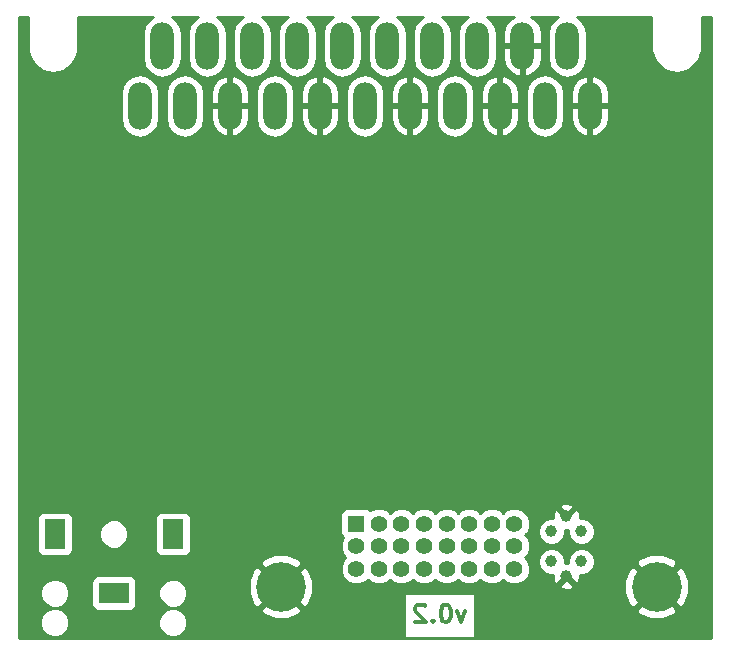
<source format=gbl>
G04 #@! TF.FileFunction,Copper,L2,Bot,Signal*
%FSLAX46Y46*%
G04 Gerber Fmt 4.6, Leading zero omitted, Abs format (unit mm)*
G04 Created by KiCad (PCBNEW 4.0.7) date 06/19/18 22:22:33*
%MOMM*%
%LPD*%
G01*
G04 APERTURE LIST*
%ADD10C,0.100000*%
%ADD11C,0.300000*%
%ADD12O,2.000000X4.000000*%
%ADD13R,1.800000X2.500000*%
%ADD14R,2.500000X1.800000*%
%ADD15C,4.200000*%
%ADD16C,1.400000*%
%ADD17R,1.400000X1.400000*%
%ADD18C,1.000000*%
%ADD19C,0.254000*%
G04 APERTURE END LIST*
D10*
D11*
X176132856Y-118296571D02*
X175775713Y-119296571D01*
X175418571Y-118296571D01*
X174561428Y-117796571D02*
X174418571Y-117796571D01*
X174275714Y-117868000D01*
X174204285Y-117939429D01*
X174132856Y-118082286D01*
X174061428Y-118368000D01*
X174061428Y-118725143D01*
X174132856Y-119010857D01*
X174204285Y-119153714D01*
X174275714Y-119225143D01*
X174418571Y-119296571D01*
X174561428Y-119296571D01*
X174704285Y-119225143D01*
X174775714Y-119153714D01*
X174847142Y-119010857D01*
X174918571Y-118725143D01*
X174918571Y-118368000D01*
X174847142Y-118082286D01*
X174775714Y-117939429D01*
X174704285Y-117868000D01*
X174561428Y-117796571D01*
X173418571Y-119153714D02*
X173347143Y-119225143D01*
X173418571Y-119296571D01*
X173490000Y-119225143D01*
X173418571Y-119153714D01*
X173418571Y-119296571D01*
X172775714Y-117939429D02*
X172704285Y-117868000D01*
X172561428Y-117796571D01*
X172204285Y-117796571D01*
X172061428Y-117868000D01*
X171989999Y-117939429D01*
X171918571Y-118082286D01*
X171918571Y-118225143D01*
X171989999Y-118439429D01*
X172847142Y-119296571D01*
X171918571Y-119296571D01*
D12*
X165735000Y-70485000D03*
X169545000Y-70485000D03*
X173355000Y-70485000D03*
X167640000Y-75565000D03*
X171450000Y-75565000D03*
X175260000Y-75565000D03*
X177165000Y-70485000D03*
X179070000Y-75565000D03*
X180975000Y-70485000D03*
X182880000Y-75565000D03*
X184785000Y-70485000D03*
X186690000Y-75565000D03*
X148590000Y-75565000D03*
X150495000Y-70485000D03*
X152400000Y-75565000D03*
X154305000Y-70485000D03*
X156210000Y-75565000D03*
X158115000Y-70485000D03*
X160020000Y-75565000D03*
X161925000Y-70485000D03*
X163830000Y-75565000D03*
D13*
X141390000Y-111825000D03*
X151390000Y-111825000D03*
D14*
X146390000Y-116825000D03*
D15*
X160540000Y-116275000D03*
X192340000Y-116275000D03*
D16*
X166920000Y-114755000D03*
X168830000Y-114755000D03*
X170740000Y-114755000D03*
X172650000Y-114755000D03*
X174560000Y-114755000D03*
X176470000Y-114755000D03*
X178380000Y-114755000D03*
X180290000Y-114755000D03*
X166920000Y-112845000D03*
X168830000Y-112845000D03*
X170740000Y-112845000D03*
X172650000Y-112845000D03*
X174560000Y-112845000D03*
X176470000Y-112845000D03*
X178380000Y-112845000D03*
X180290000Y-112845000D03*
D17*
X166920000Y-110935000D03*
D16*
X168830000Y-110935000D03*
X170740000Y-110935000D03*
X172650000Y-110935000D03*
X174560000Y-110935000D03*
X176470000Y-110935000D03*
X178380000Y-110935000D03*
X180290000Y-110935000D03*
D18*
X183430000Y-114145000D03*
X185970000Y-114145000D03*
X184700000Y-115415000D03*
X183430000Y-111605000D03*
X185970000Y-111605000D03*
X184700000Y-110335000D03*
D19*
G36*
X139105000Y-70534282D02*
X139104630Y-70957815D01*
X139229871Y-71260920D01*
X139267517Y-71450181D01*
X139373789Y-71609229D01*
X139428980Y-71742800D01*
X139531984Y-71845984D01*
X139730327Y-72142825D01*
X140024575Y-72339435D01*
X140029041Y-72343909D01*
X140034930Y-72346354D01*
X140422971Y-72605635D01*
X141240000Y-72768152D01*
X142057029Y-72605635D01*
X142441957Y-72348434D01*
X142447800Y-72346020D01*
X142452314Y-72341514D01*
X142749673Y-72142825D01*
X142946627Y-71848063D01*
X143048909Y-71745959D01*
X143104820Y-71611309D01*
X143212483Y-71450181D01*
X143249959Y-71261778D01*
X143374628Y-70961541D01*
X143374915Y-70633582D01*
X143375000Y-70633152D01*
X143375000Y-70535718D01*
X143375370Y-70112185D01*
X143375000Y-70111290D01*
X143375000Y-68035000D01*
X149701444Y-68035000D01*
X149338880Y-68277257D01*
X148984457Y-68807690D01*
X148860000Y-69433377D01*
X148860000Y-71536623D01*
X148984457Y-72162310D01*
X149338880Y-72692743D01*
X149869313Y-73047166D01*
X150495000Y-73171623D01*
X151120687Y-73047166D01*
X151651120Y-72692743D01*
X152005543Y-72162310D01*
X152130000Y-71536623D01*
X152130000Y-69433377D01*
X152005543Y-68807690D01*
X151651120Y-68277257D01*
X151288556Y-68035000D01*
X153511444Y-68035000D01*
X153148880Y-68277257D01*
X152794457Y-68807690D01*
X152670000Y-69433377D01*
X152670000Y-71536623D01*
X152794457Y-72162310D01*
X153148880Y-72692743D01*
X153679313Y-73047166D01*
X154305000Y-73171623D01*
X154930687Y-73047166D01*
X155461120Y-72692743D01*
X155815543Y-72162310D01*
X155940000Y-71536623D01*
X155940000Y-69433377D01*
X155815543Y-68807690D01*
X155461120Y-68277257D01*
X155098556Y-68035000D01*
X157321444Y-68035000D01*
X156958880Y-68277257D01*
X156604457Y-68807690D01*
X156480000Y-69433377D01*
X156480000Y-71536623D01*
X156604457Y-72162310D01*
X156958880Y-72692743D01*
X157489313Y-73047166D01*
X158115000Y-73171623D01*
X158740687Y-73047166D01*
X159271120Y-72692743D01*
X159625543Y-72162310D01*
X159750000Y-71536623D01*
X159750000Y-69433377D01*
X159625543Y-68807690D01*
X159271120Y-68277257D01*
X158908556Y-68035000D01*
X161131444Y-68035000D01*
X160768880Y-68277257D01*
X160414457Y-68807690D01*
X160290000Y-69433377D01*
X160290000Y-71536623D01*
X160414457Y-72162310D01*
X160768880Y-72692743D01*
X161299313Y-73047166D01*
X161925000Y-73171623D01*
X162550687Y-73047166D01*
X163081120Y-72692743D01*
X163435543Y-72162310D01*
X163560000Y-71536623D01*
X163560000Y-69433377D01*
X163435543Y-68807690D01*
X163081120Y-68277257D01*
X162718556Y-68035000D01*
X164941444Y-68035000D01*
X164578880Y-68277257D01*
X164224457Y-68807690D01*
X164100000Y-69433377D01*
X164100000Y-71536623D01*
X164224457Y-72162310D01*
X164578880Y-72692743D01*
X165109313Y-73047166D01*
X165735000Y-73171623D01*
X166360687Y-73047166D01*
X166891120Y-72692743D01*
X167245543Y-72162310D01*
X167370000Y-71536623D01*
X167370000Y-69433377D01*
X167245543Y-68807690D01*
X166891120Y-68277257D01*
X166528556Y-68035000D01*
X168751444Y-68035000D01*
X168388880Y-68277257D01*
X168034457Y-68807690D01*
X167910000Y-69433377D01*
X167910000Y-71536623D01*
X168034457Y-72162310D01*
X168388880Y-72692743D01*
X168919313Y-73047166D01*
X169545000Y-73171623D01*
X170170687Y-73047166D01*
X170701120Y-72692743D01*
X171055543Y-72162310D01*
X171180000Y-71536623D01*
X171180000Y-69433377D01*
X171055543Y-68807690D01*
X170701120Y-68277257D01*
X170338556Y-68035000D01*
X172561444Y-68035000D01*
X172198880Y-68277257D01*
X171844457Y-68807690D01*
X171720000Y-69433377D01*
X171720000Y-71536623D01*
X171844457Y-72162310D01*
X172198880Y-72692743D01*
X172729313Y-73047166D01*
X173355000Y-73171623D01*
X173980687Y-73047166D01*
X174511120Y-72692743D01*
X174865543Y-72162310D01*
X174990000Y-71536623D01*
X174990000Y-69433377D01*
X174865543Y-68807690D01*
X174511120Y-68277257D01*
X174148556Y-68035000D01*
X176371444Y-68035000D01*
X176008880Y-68277257D01*
X175654457Y-68807690D01*
X175530000Y-69433377D01*
X175530000Y-71536623D01*
X175654457Y-72162310D01*
X176008880Y-72692743D01*
X176539313Y-73047166D01*
X177165000Y-73171623D01*
X177790687Y-73047166D01*
X178321120Y-72692743D01*
X178675543Y-72162310D01*
X178800000Y-71536623D01*
X178800000Y-70612000D01*
X179340000Y-70612000D01*
X179340000Y-71612000D01*
X179513058Y-72228020D01*
X179908683Y-72730922D01*
X180466645Y-73044144D01*
X180594566Y-73075124D01*
X180848000Y-72955777D01*
X180848000Y-70612000D01*
X181102000Y-70612000D01*
X181102000Y-72955777D01*
X181355434Y-73075124D01*
X181483355Y-73044144D01*
X182041317Y-72730922D01*
X182436942Y-72228020D01*
X182610000Y-71612000D01*
X182610000Y-70612000D01*
X181102000Y-70612000D01*
X180848000Y-70612000D01*
X179340000Y-70612000D01*
X178800000Y-70612000D01*
X178800000Y-69433377D01*
X178675543Y-68807690D01*
X178321120Y-68277257D01*
X177958556Y-68035000D01*
X180272220Y-68035000D01*
X179908683Y-68239078D01*
X179513058Y-68741980D01*
X179340000Y-69358000D01*
X179340000Y-70358000D01*
X180848000Y-70358000D01*
X180848000Y-70338000D01*
X181102000Y-70338000D01*
X181102000Y-70358000D01*
X182610000Y-70358000D01*
X182610000Y-69358000D01*
X182436942Y-68741980D01*
X182041317Y-68239078D01*
X181677780Y-68035000D01*
X183991444Y-68035000D01*
X183628880Y-68277257D01*
X183274457Y-68807690D01*
X183150000Y-69433377D01*
X183150000Y-71536623D01*
X183274457Y-72162310D01*
X183628880Y-72692743D01*
X184159313Y-73047166D01*
X184785000Y-73171623D01*
X185410687Y-73047166D01*
X185941120Y-72692743D01*
X186295543Y-72162310D01*
X186420000Y-71536623D01*
X186420000Y-69433377D01*
X186295543Y-68807690D01*
X185941120Y-68277257D01*
X185578556Y-68035000D01*
X191905000Y-68035000D01*
X191905000Y-70534282D01*
X191904630Y-70957815D01*
X192029871Y-71260920D01*
X192067517Y-71450181D01*
X192173789Y-71609229D01*
X192228980Y-71742800D01*
X192331984Y-71845984D01*
X192530327Y-72142825D01*
X192824575Y-72339435D01*
X192829041Y-72343909D01*
X192834930Y-72346354D01*
X193222971Y-72605635D01*
X194040000Y-72768152D01*
X194857029Y-72605635D01*
X195241957Y-72348434D01*
X195247800Y-72346020D01*
X195252314Y-72341514D01*
X195549673Y-72142825D01*
X195746627Y-71848063D01*
X195848909Y-71745959D01*
X195904820Y-71611309D01*
X196012483Y-71450181D01*
X196049959Y-71261778D01*
X196174628Y-70961541D01*
X196174915Y-70633582D01*
X196175000Y-70633152D01*
X196175000Y-70535718D01*
X196175370Y-70112185D01*
X196175000Y-70111290D01*
X196175000Y-68035000D01*
X196930000Y-68035000D01*
X196930000Y-120615000D01*
X138350000Y-120615000D01*
X138350000Y-119569579D01*
X140154786Y-119569579D01*
X140342408Y-120023657D01*
X140689515Y-120371371D01*
X141143266Y-120559785D01*
X141634579Y-120560214D01*
X142088657Y-120372592D01*
X142436371Y-120025485D01*
X142624785Y-119571734D01*
X142624786Y-119569579D01*
X150154786Y-119569579D01*
X150342408Y-120023657D01*
X150689515Y-120371371D01*
X151143266Y-120559785D01*
X151634579Y-120560214D01*
X152088657Y-120372592D01*
X152436371Y-120025485D01*
X152624785Y-119571734D01*
X152625214Y-119080421D01*
X152437592Y-118626343D01*
X152090485Y-118278629D01*
X151954602Y-118222205D01*
X158772400Y-118222205D01*
X159005358Y-118603318D01*
X160013184Y-119013367D01*
X161101214Y-119006525D01*
X162074642Y-118603318D01*
X162307600Y-118222205D01*
X160540000Y-116454605D01*
X158772400Y-118222205D01*
X151954602Y-118222205D01*
X151636734Y-118090215D01*
X151145421Y-118089786D01*
X150691343Y-118277408D01*
X150343629Y-118624515D01*
X150155215Y-119078266D01*
X150154786Y-119569579D01*
X142624786Y-119569579D01*
X142625214Y-119080421D01*
X142437592Y-118626343D01*
X142090485Y-118278629D01*
X141636734Y-118090215D01*
X141145421Y-118089786D01*
X140691343Y-118277408D01*
X140343629Y-118624515D01*
X140155215Y-119078266D01*
X140154786Y-119569579D01*
X138350000Y-119569579D01*
X138350000Y-117069579D01*
X140154786Y-117069579D01*
X140342408Y-117523657D01*
X140689515Y-117871371D01*
X141143266Y-118059785D01*
X141634579Y-118060214D01*
X142088657Y-117872592D01*
X142436371Y-117525485D01*
X142624785Y-117071734D01*
X142625214Y-116580421D01*
X142437592Y-116126343D01*
X142236601Y-115925000D01*
X144492560Y-115925000D01*
X144492560Y-117725000D01*
X144536838Y-117960317D01*
X144675910Y-118176441D01*
X144888110Y-118321431D01*
X145140000Y-118372440D01*
X147640000Y-118372440D01*
X147875317Y-118328162D01*
X148091441Y-118189090D01*
X148236431Y-117976890D01*
X148287440Y-117725000D01*
X148287440Y-117069579D01*
X150154786Y-117069579D01*
X150342408Y-117523657D01*
X150689515Y-117871371D01*
X151143266Y-118059785D01*
X151634579Y-118060214D01*
X152088657Y-117872592D01*
X152436371Y-117525485D01*
X152624785Y-117071734D01*
X152625214Y-116580421D01*
X152437592Y-116126343D01*
X152090485Y-115778629D01*
X152017166Y-115748184D01*
X157801633Y-115748184D01*
X157808475Y-116836214D01*
X158211682Y-117809642D01*
X158592795Y-118042600D01*
X160360395Y-116275000D01*
X160719605Y-116275000D01*
X162487205Y-118042600D01*
X162868318Y-117809642D01*
X163278367Y-116801816D01*
X163278249Y-116783000D01*
X170997858Y-116783000D01*
X170997858Y-120603000D01*
X176982143Y-120603000D01*
X176982143Y-118222205D01*
X190572400Y-118222205D01*
X190805358Y-118603318D01*
X191813184Y-119013367D01*
X192901214Y-119006525D01*
X193874642Y-118603318D01*
X194107600Y-118222205D01*
X192340000Y-116454605D01*
X190572400Y-118222205D01*
X176982143Y-118222205D01*
X176982143Y-116783000D01*
X170997858Y-116783000D01*
X163278249Y-116783000D01*
X163274615Y-116205104D01*
X184089501Y-116205104D01*
X184126648Y-116420217D01*
X184554972Y-116563112D01*
X185005375Y-116531217D01*
X185273352Y-116420217D01*
X185310499Y-116205104D01*
X184700000Y-115594605D01*
X184089501Y-116205104D01*
X163274615Y-116205104D01*
X163271525Y-115713786D01*
X162868318Y-114740358D01*
X162487205Y-114507400D01*
X160719605Y-116275000D01*
X160360395Y-116275000D01*
X158592795Y-114507400D01*
X158211682Y-114740358D01*
X157801633Y-115748184D01*
X152017166Y-115748184D01*
X151636734Y-115590215D01*
X151145421Y-115589786D01*
X150691343Y-115777408D01*
X150343629Y-116124515D01*
X150155215Y-116578266D01*
X150154786Y-117069579D01*
X148287440Y-117069579D01*
X148287440Y-115925000D01*
X148243162Y-115689683D01*
X148104090Y-115473559D01*
X147891890Y-115328569D01*
X147640000Y-115277560D01*
X145140000Y-115277560D01*
X144904683Y-115321838D01*
X144688559Y-115460910D01*
X144543569Y-115673110D01*
X144492560Y-115925000D01*
X142236601Y-115925000D01*
X142090485Y-115778629D01*
X141636734Y-115590215D01*
X141145421Y-115589786D01*
X140691343Y-115777408D01*
X140343629Y-116124515D01*
X140155215Y-116578266D01*
X140154786Y-117069579D01*
X138350000Y-117069579D01*
X138350000Y-114327795D01*
X158772400Y-114327795D01*
X160540000Y-116095395D01*
X162307600Y-114327795D01*
X162074642Y-113946682D01*
X161066816Y-113536633D01*
X159978786Y-113543475D01*
X159005358Y-113946682D01*
X158772400Y-114327795D01*
X138350000Y-114327795D01*
X138350000Y-110575000D01*
X139842560Y-110575000D01*
X139842560Y-113075000D01*
X139886838Y-113310317D01*
X140025910Y-113526441D01*
X140238110Y-113671431D01*
X140490000Y-113722440D01*
X142290000Y-113722440D01*
X142525317Y-113678162D01*
X142741441Y-113539090D01*
X142886431Y-113326890D01*
X142937440Y-113075000D01*
X142937440Y-112069579D01*
X145154786Y-112069579D01*
X145342408Y-112523657D01*
X145689515Y-112871371D01*
X146143266Y-113059785D01*
X146634579Y-113060214D01*
X147088657Y-112872592D01*
X147436371Y-112525485D01*
X147624785Y-112071734D01*
X147625214Y-111580421D01*
X147437592Y-111126343D01*
X147090485Y-110778629D01*
X146636734Y-110590215D01*
X146145421Y-110589786D01*
X145691343Y-110777408D01*
X145343629Y-111124515D01*
X145155215Y-111578266D01*
X145154786Y-112069579D01*
X142937440Y-112069579D01*
X142937440Y-110575000D01*
X149842560Y-110575000D01*
X149842560Y-113075000D01*
X149886838Y-113310317D01*
X150025910Y-113526441D01*
X150238110Y-113671431D01*
X150490000Y-113722440D01*
X152290000Y-113722440D01*
X152525317Y-113678162D01*
X152741441Y-113539090D01*
X152886431Y-113326890D01*
X152937440Y-113075000D01*
X152937440Y-110575000D01*
X152893162Y-110339683D01*
X152825801Y-110235000D01*
X165572560Y-110235000D01*
X165572560Y-111635000D01*
X165616838Y-111870317D01*
X165755910Y-112086441D01*
X165782049Y-112104301D01*
X165585232Y-112578287D01*
X165584769Y-113109383D01*
X165787582Y-113600229D01*
X165987024Y-113800019D01*
X165788902Y-113997796D01*
X165585232Y-114488287D01*
X165584769Y-115019383D01*
X165787582Y-115510229D01*
X166162796Y-115886098D01*
X166653287Y-116089768D01*
X167184383Y-116090231D01*
X167675229Y-115887418D01*
X167875019Y-115687976D01*
X168072796Y-115886098D01*
X168563287Y-116089768D01*
X169094383Y-116090231D01*
X169585229Y-115887418D01*
X169785019Y-115687976D01*
X169982796Y-115886098D01*
X170473287Y-116089768D01*
X171004383Y-116090231D01*
X171495229Y-115887418D01*
X171695019Y-115687976D01*
X171892796Y-115886098D01*
X172383287Y-116089768D01*
X172914383Y-116090231D01*
X173405229Y-115887418D01*
X173605019Y-115687976D01*
X173802796Y-115886098D01*
X174293287Y-116089768D01*
X174824383Y-116090231D01*
X175315229Y-115887418D01*
X175515019Y-115687976D01*
X175712796Y-115886098D01*
X176203287Y-116089768D01*
X176734383Y-116090231D01*
X177225229Y-115887418D01*
X177425019Y-115687976D01*
X177622796Y-115886098D01*
X178113287Y-116089768D01*
X178644383Y-116090231D01*
X179135229Y-115887418D01*
X179335019Y-115687976D01*
X179532796Y-115886098D01*
X180023287Y-116089768D01*
X180554383Y-116090231D01*
X181045229Y-115887418D01*
X181421098Y-115512204D01*
X181624768Y-115021713D01*
X181625231Y-114490617D01*
X181575301Y-114369775D01*
X182294803Y-114369775D01*
X182467233Y-114787086D01*
X182786235Y-115106645D01*
X183203244Y-115279803D01*
X183552606Y-115280108D01*
X183583783Y-115720375D01*
X183694783Y-115988352D01*
X183909896Y-116025499D01*
X184520395Y-115415000D01*
X184506253Y-115400858D01*
X184685858Y-115221253D01*
X184700000Y-115235395D01*
X184714143Y-115221253D01*
X184893748Y-115400858D01*
X184879605Y-115415000D01*
X185490104Y-116025499D01*
X185705217Y-115988352D01*
X185785340Y-115748184D01*
X189601633Y-115748184D01*
X189608475Y-116836214D01*
X190011682Y-117809642D01*
X190392795Y-118042600D01*
X192160395Y-116275000D01*
X192519605Y-116275000D01*
X194287205Y-118042600D01*
X194668318Y-117809642D01*
X195078367Y-116801816D01*
X195071525Y-115713786D01*
X194668318Y-114740358D01*
X194287205Y-114507400D01*
X192519605Y-116275000D01*
X192160395Y-116275000D01*
X190392795Y-114507400D01*
X190011682Y-114740358D01*
X189601633Y-115748184D01*
X185785340Y-115748184D01*
X185848112Y-115560028D01*
X185828273Y-115279877D01*
X186194775Y-115280197D01*
X186612086Y-115107767D01*
X186931645Y-114788765D01*
X187104803Y-114371756D01*
X187104841Y-114327795D01*
X190572400Y-114327795D01*
X192340000Y-116095395D01*
X194107600Y-114327795D01*
X193874642Y-113946682D01*
X192866816Y-113536633D01*
X191778786Y-113543475D01*
X190805358Y-113946682D01*
X190572400Y-114327795D01*
X187104841Y-114327795D01*
X187105197Y-113920225D01*
X186932767Y-113502914D01*
X186613765Y-113183355D01*
X186196756Y-113010197D01*
X185745225Y-113009803D01*
X185327914Y-113182233D01*
X185008355Y-113501235D01*
X184835197Y-113918244D01*
X184834892Y-114267606D01*
X184564877Y-114286727D01*
X184565197Y-113920225D01*
X184392767Y-113502914D01*
X184073765Y-113183355D01*
X183656756Y-113010197D01*
X183205225Y-113009803D01*
X182787914Y-113182233D01*
X182468355Y-113501235D01*
X182295197Y-113918244D01*
X182294803Y-114369775D01*
X181575301Y-114369775D01*
X181422418Y-113999771D01*
X181222976Y-113799981D01*
X181421098Y-113602204D01*
X181624768Y-113111713D01*
X181625231Y-112580617D01*
X181422418Y-112089771D01*
X181222976Y-111889981D01*
X181283287Y-111829775D01*
X182294803Y-111829775D01*
X182467233Y-112247086D01*
X182786235Y-112566645D01*
X183203244Y-112739803D01*
X183654775Y-112740197D01*
X184072086Y-112567767D01*
X184391645Y-112248765D01*
X184564803Y-111831756D01*
X184565108Y-111482394D01*
X184835123Y-111463273D01*
X184834803Y-111829775D01*
X185007233Y-112247086D01*
X185326235Y-112566645D01*
X185743244Y-112739803D01*
X186194775Y-112740197D01*
X186612086Y-112567767D01*
X186931645Y-112248765D01*
X187104803Y-111831756D01*
X187105197Y-111380225D01*
X186932767Y-110962914D01*
X186613765Y-110643355D01*
X186196756Y-110470197D01*
X185847394Y-110469892D01*
X185816217Y-110029625D01*
X185705217Y-109761648D01*
X185490104Y-109724501D01*
X184879605Y-110335000D01*
X184893748Y-110349143D01*
X184714143Y-110528748D01*
X184700000Y-110514605D01*
X184685858Y-110528748D01*
X184506253Y-110349143D01*
X184520395Y-110335000D01*
X183909896Y-109724501D01*
X183694783Y-109761648D01*
X183551888Y-110189972D01*
X183571727Y-110470123D01*
X183205225Y-110469803D01*
X182787914Y-110642233D01*
X182468355Y-110961235D01*
X182295197Y-111378244D01*
X182294803Y-111829775D01*
X181283287Y-111829775D01*
X181421098Y-111692204D01*
X181624768Y-111201713D01*
X181625231Y-110670617D01*
X181422418Y-110179771D01*
X181047204Y-109803902D01*
X180556713Y-109600232D01*
X180025617Y-109599769D01*
X179534771Y-109802582D01*
X179334981Y-110002024D01*
X179137204Y-109803902D01*
X178646713Y-109600232D01*
X178115617Y-109599769D01*
X177624771Y-109802582D01*
X177424981Y-110002024D01*
X177227204Y-109803902D01*
X176736713Y-109600232D01*
X176205617Y-109599769D01*
X175714771Y-109802582D01*
X175514981Y-110002024D01*
X175317204Y-109803902D01*
X174826713Y-109600232D01*
X174295617Y-109599769D01*
X173804771Y-109802582D01*
X173604981Y-110002024D01*
X173407204Y-109803902D01*
X172916713Y-109600232D01*
X172385617Y-109599769D01*
X171894771Y-109802582D01*
X171694981Y-110002024D01*
X171497204Y-109803902D01*
X171006713Y-109600232D01*
X170475617Y-109599769D01*
X169984771Y-109802582D01*
X169784981Y-110002024D01*
X169587204Y-109803902D01*
X169096713Y-109600232D01*
X168565617Y-109599769D01*
X168091803Y-109795545D01*
X168084090Y-109783559D01*
X167871890Y-109638569D01*
X167620000Y-109587560D01*
X166220000Y-109587560D01*
X165984683Y-109631838D01*
X165768559Y-109770910D01*
X165623569Y-109983110D01*
X165572560Y-110235000D01*
X152825801Y-110235000D01*
X152754090Y-110123559D01*
X152541890Y-109978569D01*
X152290000Y-109927560D01*
X150490000Y-109927560D01*
X150254683Y-109971838D01*
X150038559Y-110110910D01*
X149893569Y-110323110D01*
X149842560Y-110575000D01*
X142937440Y-110575000D01*
X142893162Y-110339683D01*
X142754090Y-110123559D01*
X142541890Y-109978569D01*
X142290000Y-109927560D01*
X140490000Y-109927560D01*
X140254683Y-109971838D01*
X140038559Y-110110910D01*
X139893569Y-110323110D01*
X139842560Y-110575000D01*
X138350000Y-110575000D01*
X138350000Y-109544896D01*
X184089501Y-109544896D01*
X184700000Y-110155395D01*
X185310499Y-109544896D01*
X185273352Y-109329783D01*
X184845028Y-109186888D01*
X184394625Y-109218783D01*
X184126648Y-109329783D01*
X184089501Y-109544896D01*
X138350000Y-109544896D01*
X138350000Y-74513377D01*
X146955000Y-74513377D01*
X146955000Y-76616623D01*
X147079457Y-77242310D01*
X147433880Y-77772743D01*
X147964313Y-78127166D01*
X148590000Y-78251623D01*
X149215687Y-78127166D01*
X149746120Y-77772743D01*
X150100543Y-77242310D01*
X150225000Y-76616623D01*
X150225000Y-74513377D01*
X150765000Y-74513377D01*
X150765000Y-76616623D01*
X150889457Y-77242310D01*
X151243880Y-77772743D01*
X151774313Y-78127166D01*
X152400000Y-78251623D01*
X153025687Y-78127166D01*
X153556120Y-77772743D01*
X153910543Y-77242310D01*
X154035000Y-76616623D01*
X154035000Y-75692000D01*
X154575000Y-75692000D01*
X154575000Y-76692000D01*
X154748058Y-77308020D01*
X155143683Y-77810922D01*
X155701645Y-78124144D01*
X155829566Y-78155124D01*
X156083000Y-78035777D01*
X156083000Y-75692000D01*
X156337000Y-75692000D01*
X156337000Y-78035777D01*
X156590434Y-78155124D01*
X156718355Y-78124144D01*
X157276317Y-77810922D01*
X157671942Y-77308020D01*
X157845000Y-76692000D01*
X157845000Y-75692000D01*
X156337000Y-75692000D01*
X156083000Y-75692000D01*
X154575000Y-75692000D01*
X154035000Y-75692000D01*
X154035000Y-74513377D01*
X154020007Y-74438000D01*
X154575000Y-74438000D01*
X154575000Y-75438000D01*
X156083000Y-75438000D01*
X156083000Y-73094223D01*
X156337000Y-73094223D01*
X156337000Y-75438000D01*
X157845000Y-75438000D01*
X157845000Y-74513377D01*
X158385000Y-74513377D01*
X158385000Y-76616623D01*
X158509457Y-77242310D01*
X158863880Y-77772743D01*
X159394313Y-78127166D01*
X160020000Y-78251623D01*
X160645687Y-78127166D01*
X161176120Y-77772743D01*
X161530543Y-77242310D01*
X161655000Y-76616623D01*
X161655000Y-75692000D01*
X162195000Y-75692000D01*
X162195000Y-76692000D01*
X162368058Y-77308020D01*
X162763683Y-77810922D01*
X163321645Y-78124144D01*
X163449566Y-78155124D01*
X163703000Y-78035777D01*
X163703000Y-75692000D01*
X163957000Y-75692000D01*
X163957000Y-78035777D01*
X164210434Y-78155124D01*
X164338355Y-78124144D01*
X164896317Y-77810922D01*
X165291942Y-77308020D01*
X165465000Y-76692000D01*
X165465000Y-75692000D01*
X163957000Y-75692000D01*
X163703000Y-75692000D01*
X162195000Y-75692000D01*
X161655000Y-75692000D01*
X161655000Y-74513377D01*
X161640007Y-74438000D01*
X162195000Y-74438000D01*
X162195000Y-75438000D01*
X163703000Y-75438000D01*
X163703000Y-73094223D01*
X163957000Y-73094223D01*
X163957000Y-75438000D01*
X165465000Y-75438000D01*
X165465000Y-74513377D01*
X166005000Y-74513377D01*
X166005000Y-76616623D01*
X166129457Y-77242310D01*
X166483880Y-77772743D01*
X167014313Y-78127166D01*
X167640000Y-78251623D01*
X168265687Y-78127166D01*
X168796120Y-77772743D01*
X169150543Y-77242310D01*
X169275000Y-76616623D01*
X169275000Y-75692000D01*
X169815000Y-75692000D01*
X169815000Y-76692000D01*
X169988058Y-77308020D01*
X170383683Y-77810922D01*
X170941645Y-78124144D01*
X171069566Y-78155124D01*
X171323000Y-78035777D01*
X171323000Y-75692000D01*
X171577000Y-75692000D01*
X171577000Y-78035777D01*
X171830434Y-78155124D01*
X171958355Y-78124144D01*
X172516317Y-77810922D01*
X172911942Y-77308020D01*
X173085000Y-76692000D01*
X173085000Y-75692000D01*
X171577000Y-75692000D01*
X171323000Y-75692000D01*
X169815000Y-75692000D01*
X169275000Y-75692000D01*
X169275000Y-74513377D01*
X169260007Y-74438000D01*
X169815000Y-74438000D01*
X169815000Y-75438000D01*
X171323000Y-75438000D01*
X171323000Y-73094223D01*
X171577000Y-73094223D01*
X171577000Y-75438000D01*
X173085000Y-75438000D01*
X173085000Y-74513377D01*
X173625000Y-74513377D01*
X173625000Y-76616623D01*
X173749457Y-77242310D01*
X174103880Y-77772743D01*
X174634313Y-78127166D01*
X175260000Y-78251623D01*
X175885687Y-78127166D01*
X176416120Y-77772743D01*
X176770543Y-77242310D01*
X176895000Y-76616623D01*
X176895000Y-75692000D01*
X177435000Y-75692000D01*
X177435000Y-76692000D01*
X177608058Y-77308020D01*
X178003683Y-77810922D01*
X178561645Y-78124144D01*
X178689566Y-78155124D01*
X178943000Y-78035777D01*
X178943000Y-75692000D01*
X179197000Y-75692000D01*
X179197000Y-78035777D01*
X179450434Y-78155124D01*
X179578355Y-78124144D01*
X180136317Y-77810922D01*
X180531942Y-77308020D01*
X180705000Y-76692000D01*
X180705000Y-75692000D01*
X179197000Y-75692000D01*
X178943000Y-75692000D01*
X177435000Y-75692000D01*
X176895000Y-75692000D01*
X176895000Y-74513377D01*
X176880007Y-74438000D01*
X177435000Y-74438000D01*
X177435000Y-75438000D01*
X178943000Y-75438000D01*
X178943000Y-73094223D01*
X179197000Y-73094223D01*
X179197000Y-75438000D01*
X180705000Y-75438000D01*
X180705000Y-74513377D01*
X181245000Y-74513377D01*
X181245000Y-76616623D01*
X181369457Y-77242310D01*
X181723880Y-77772743D01*
X182254313Y-78127166D01*
X182880000Y-78251623D01*
X183505687Y-78127166D01*
X184036120Y-77772743D01*
X184390543Y-77242310D01*
X184515000Y-76616623D01*
X184515000Y-75692000D01*
X185055000Y-75692000D01*
X185055000Y-76692000D01*
X185228058Y-77308020D01*
X185623683Y-77810922D01*
X186181645Y-78124144D01*
X186309566Y-78155124D01*
X186563000Y-78035777D01*
X186563000Y-75692000D01*
X186817000Y-75692000D01*
X186817000Y-78035777D01*
X187070434Y-78155124D01*
X187198355Y-78124144D01*
X187756317Y-77810922D01*
X188151942Y-77308020D01*
X188325000Y-76692000D01*
X188325000Y-75692000D01*
X186817000Y-75692000D01*
X186563000Y-75692000D01*
X185055000Y-75692000D01*
X184515000Y-75692000D01*
X184515000Y-74513377D01*
X184500007Y-74438000D01*
X185055000Y-74438000D01*
X185055000Y-75438000D01*
X186563000Y-75438000D01*
X186563000Y-73094223D01*
X186817000Y-73094223D01*
X186817000Y-75438000D01*
X188325000Y-75438000D01*
X188325000Y-74438000D01*
X188151942Y-73821980D01*
X187756317Y-73319078D01*
X187198355Y-73005856D01*
X187070434Y-72974876D01*
X186817000Y-73094223D01*
X186563000Y-73094223D01*
X186309566Y-72974876D01*
X186181645Y-73005856D01*
X185623683Y-73319078D01*
X185228058Y-73821980D01*
X185055000Y-74438000D01*
X184500007Y-74438000D01*
X184390543Y-73887690D01*
X184036120Y-73357257D01*
X183505687Y-73002834D01*
X182880000Y-72878377D01*
X182254313Y-73002834D01*
X181723880Y-73357257D01*
X181369457Y-73887690D01*
X181245000Y-74513377D01*
X180705000Y-74513377D01*
X180705000Y-74438000D01*
X180531942Y-73821980D01*
X180136317Y-73319078D01*
X179578355Y-73005856D01*
X179450434Y-72974876D01*
X179197000Y-73094223D01*
X178943000Y-73094223D01*
X178689566Y-72974876D01*
X178561645Y-73005856D01*
X178003683Y-73319078D01*
X177608058Y-73821980D01*
X177435000Y-74438000D01*
X176880007Y-74438000D01*
X176770543Y-73887690D01*
X176416120Y-73357257D01*
X175885687Y-73002834D01*
X175260000Y-72878377D01*
X174634313Y-73002834D01*
X174103880Y-73357257D01*
X173749457Y-73887690D01*
X173625000Y-74513377D01*
X173085000Y-74513377D01*
X173085000Y-74438000D01*
X172911942Y-73821980D01*
X172516317Y-73319078D01*
X171958355Y-73005856D01*
X171830434Y-72974876D01*
X171577000Y-73094223D01*
X171323000Y-73094223D01*
X171069566Y-72974876D01*
X170941645Y-73005856D01*
X170383683Y-73319078D01*
X169988058Y-73821980D01*
X169815000Y-74438000D01*
X169260007Y-74438000D01*
X169150543Y-73887690D01*
X168796120Y-73357257D01*
X168265687Y-73002834D01*
X167640000Y-72878377D01*
X167014313Y-73002834D01*
X166483880Y-73357257D01*
X166129457Y-73887690D01*
X166005000Y-74513377D01*
X165465000Y-74513377D01*
X165465000Y-74438000D01*
X165291942Y-73821980D01*
X164896317Y-73319078D01*
X164338355Y-73005856D01*
X164210434Y-72974876D01*
X163957000Y-73094223D01*
X163703000Y-73094223D01*
X163449566Y-72974876D01*
X163321645Y-73005856D01*
X162763683Y-73319078D01*
X162368058Y-73821980D01*
X162195000Y-74438000D01*
X161640007Y-74438000D01*
X161530543Y-73887690D01*
X161176120Y-73357257D01*
X160645687Y-73002834D01*
X160020000Y-72878377D01*
X159394313Y-73002834D01*
X158863880Y-73357257D01*
X158509457Y-73887690D01*
X158385000Y-74513377D01*
X157845000Y-74513377D01*
X157845000Y-74438000D01*
X157671942Y-73821980D01*
X157276317Y-73319078D01*
X156718355Y-73005856D01*
X156590434Y-72974876D01*
X156337000Y-73094223D01*
X156083000Y-73094223D01*
X155829566Y-72974876D01*
X155701645Y-73005856D01*
X155143683Y-73319078D01*
X154748058Y-73821980D01*
X154575000Y-74438000D01*
X154020007Y-74438000D01*
X153910543Y-73887690D01*
X153556120Y-73357257D01*
X153025687Y-73002834D01*
X152400000Y-72878377D01*
X151774313Y-73002834D01*
X151243880Y-73357257D01*
X150889457Y-73887690D01*
X150765000Y-74513377D01*
X150225000Y-74513377D01*
X150100543Y-73887690D01*
X149746120Y-73357257D01*
X149215687Y-73002834D01*
X148590000Y-72878377D01*
X147964313Y-73002834D01*
X147433880Y-73357257D01*
X147079457Y-73887690D01*
X146955000Y-74513377D01*
X138350000Y-74513377D01*
X138350000Y-68035000D01*
X139105000Y-68035000D01*
X139105000Y-70534282D01*
X139105000Y-70534282D01*
G37*
X139105000Y-70534282D02*
X139104630Y-70957815D01*
X139229871Y-71260920D01*
X139267517Y-71450181D01*
X139373789Y-71609229D01*
X139428980Y-71742800D01*
X139531984Y-71845984D01*
X139730327Y-72142825D01*
X140024575Y-72339435D01*
X140029041Y-72343909D01*
X140034930Y-72346354D01*
X140422971Y-72605635D01*
X141240000Y-72768152D01*
X142057029Y-72605635D01*
X142441957Y-72348434D01*
X142447800Y-72346020D01*
X142452314Y-72341514D01*
X142749673Y-72142825D01*
X142946627Y-71848063D01*
X143048909Y-71745959D01*
X143104820Y-71611309D01*
X143212483Y-71450181D01*
X143249959Y-71261778D01*
X143374628Y-70961541D01*
X143374915Y-70633582D01*
X143375000Y-70633152D01*
X143375000Y-70535718D01*
X143375370Y-70112185D01*
X143375000Y-70111290D01*
X143375000Y-68035000D01*
X149701444Y-68035000D01*
X149338880Y-68277257D01*
X148984457Y-68807690D01*
X148860000Y-69433377D01*
X148860000Y-71536623D01*
X148984457Y-72162310D01*
X149338880Y-72692743D01*
X149869313Y-73047166D01*
X150495000Y-73171623D01*
X151120687Y-73047166D01*
X151651120Y-72692743D01*
X152005543Y-72162310D01*
X152130000Y-71536623D01*
X152130000Y-69433377D01*
X152005543Y-68807690D01*
X151651120Y-68277257D01*
X151288556Y-68035000D01*
X153511444Y-68035000D01*
X153148880Y-68277257D01*
X152794457Y-68807690D01*
X152670000Y-69433377D01*
X152670000Y-71536623D01*
X152794457Y-72162310D01*
X153148880Y-72692743D01*
X153679313Y-73047166D01*
X154305000Y-73171623D01*
X154930687Y-73047166D01*
X155461120Y-72692743D01*
X155815543Y-72162310D01*
X155940000Y-71536623D01*
X155940000Y-69433377D01*
X155815543Y-68807690D01*
X155461120Y-68277257D01*
X155098556Y-68035000D01*
X157321444Y-68035000D01*
X156958880Y-68277257D01*
X156604457Y-68807690D01*
X156480000Y-69433377D01*
X156480000Y-71536623D01*
X156604457Y-72162310D01*
X156958880Y-72692743D01*
X157489313Y-73047166D01*
X158115000Y-73171623D01*
X158740687Y-73047166D01*
X159271120Y-72692743D01*
X159625543Y-72162310D01*
X159750000Y-71536623D01*
X159750000Y-69433377D01*
X159625543Y-68807690D01*
X159271120Y-68277257D01*
X158908556Y-68035000D01*
X161131444Y-68035000D01*
X160768880Y-68277257D01*
X160414457Y-68807690D01*
X160290000Y-69433377D01*
X160290000Y-71536623D01*
X160414457Y-72162310D01*
X160768880Y-72692743D01*
X161299313Y-73047166D01*
X161925000Y-73171623D01*
X162550687Y-73047166D01*
X163081120Y-72692743D01*
X163435543Y-72162310D01*
X163560000Y-71536623D01*
X163560000Y-69433377D01*
X163435543Y-68807690D01*
X163081120Y-68277257D01*
X162718556Y-68035000D01*
X164941444Y-68035000D01*
X164578880Y-68277257D01*
X164224457Y-68807690D01*
X164100000Y-69433377D01*
X164100000Y-71536623D01*
X164224457Y-72162310D01*
X164578880Y-72692743D01*
X165109313Y-73047166D01*
X165735000Y-73171623D01*
X166360687Y-73047166D01*
X166891120Y-72692743D01*
X167245543Y-72162310D01*
X167370000Y-71536623D01*
X167370000Y-69433377D01*
X167245543Y-68807690D01*
X166891120Y-68277257D01*
X166528556Y-68035000D01*
X168751444Y-68035000D01*
X168388880Y-68277257D01*
X168034457Y-68807690D01*
X167910000Y-69433377D01*
X167910000Y-71536623D01*
X168034457Y-72162310D01*
X168388880Y-72692743D01*
X168919313Y-73047166D01*
X169545000Y-73171623D01*
X170170687Y-73047166D01*
X170701120Y-72692743D01*
X171055543Y-72162310D01*
X171180000Y-71536623D01*
X171180000Y-69433377D01*
X171055543Y-68807690D01*
X170701120Y-68277257D01*
X170338556Y-68035000D01*
X172561444Y-68035000D01*
X172198880Y-68277257D01*
X171844457Y-68807690D01*
X171720000Y-69433377D01*
X171720000Y-71536623D01*
X171844457Y-72162310D01*
X172198880Y-72692743D01*
X172729313Y-73047166D01*
X173355000Y-73171623D01*
X173980687Y-73047166D01*
X174511120Y-72692743D01*
X174865543Y-72162310D01*
X174990000Y-71536623D01*
X174990000Y-69433377D01*
X174865543Y-68807690D01*
X174511120Y-68277257D01*
X174148556Y-68035000D01*
X176371444Y-68035000D01*
X176008880Y-68277257D01*
X175654457Y-68807690D01*
X175530000Y-69433377D01*
X175530000Y-71536623D01*
X175654457Y-72162310D01*
X176008880Y-72692743D01*
X176539313Y-73047166D01*
X177165000Y-73171623D01*
X177790687Y-73047166D01*
X178321120Y-72692743D01*
X178675543Y-72162310D01*
X178800000Y-71536623D01*
X178800000Y-70612000D01*
X179340000Y-70612000D01*
X179340000Y-71612000D01*
X179513058Y-72228020D01*
X179908683Y-72730922D01*
X180466645Y-73044144D01*
X180594566Y-73075124D01*
X180848000Y-72955777D01*
X180848000Y-70612000D01*
X181102000Y-70612000D01*
X181102000Y-72955777D01*
X181355434Y-73075124D01*
X181483355Y-73044144D01*
X182041317Y-72730922D01*
X182436942Y-72228020D01*
X182610000Y-71612000D01*
X182610000Y-70612000D01*
X181102000Y-70612000D01*
X180848000Y-70612000D01*
X179340000Y-70612000D01*
X178800000Y-70612000D01*
X178800000Y-69433377D01*
X178675543Y-68807690D01*
X178321120Y-68277257D01*
X177958556Y-68035000D01*
X180272220Y-68035000D01*
X179908683Y-68239078D01*
X179513058Y-68741980D01*
X179340000Y-69358000D01*
X179340000Y-70358000D01*
X180848000Y-70358000D01*
X180848000Y-70338000D01*
X181102000Y-70338000D01*
X181102000Y-70358000D01*
X182610000Y-70358000D01*
X182610000Y-69358000D01*
X182436942Y-68741980D01*
X182041317Y-68239078D01*
X181677780Y-68035000D01*
X183991444Y-68035000D01*
X183628880Y-68277257D01*
X183274457Y-68807690D01*
X183150000Y-69433377D01*
X183150000Y-71536623D01*
X183274457Y-72162310D01*
X183628880Y-72692743D01*
X184159313Y-73047166D01*
X184785000Y-73171623D01*
X185410687Y-73047166D01*
X185941120Y-72692743D01*
X186295543Y-72162310D01*
X186420000Y-71536623D01*
X186420000Y-69433377D01*
X186295543Y-68807690D01*
X185941120Y-68277257D01*
X185578556Y-68035000D01*
X191905000Y-68035000D01*
X191905000Y-70534282D01*
X191904630Y-70957815D01*
X192029871Y-71260920D01*
X192067517Y-71450181D01*
X192173789Y-71609229D01*
X192228980Y-71742800D01*
X192331984Y-71845984D01*
X192530327Y-72142825D01*
X192824575Y-72339435D01*
X192829041Y-72343909D01*
X192834930Y-72346354D01*
X193222971Y-72605635D01*
X194040000Y-72768152D01*
X194857029Y-72605635D01*
X195241957Y-72348434D01*
X195247800Y-72346020D01*
X195252314Y-72341514D01*
X195549673Y-72142825D01*
X195746627Y-71848063D01*
X195848909Y-71745959D01*
X195904820Y-71611309D01*
X196012483Y-71450181D01*
X196049959Y-71261778D01*
X196174628Y-70961541D01*
X196174915Y-70633582D01*
X196175000Y-70633152D01*
X196175000Y-70535718D01*
X196175370Y-70112185D01*
X196175000Y-70111290D01*
X196175000Y-68035000D01*
X196930000Y-68035000D01*
X196930000Y-120615000D01*
X138350000Y-120615000D01*
X138350000Y-119569579D01*
X140154786Y-119569579D01*
X140342408Y-120023657D01*
X140689515Y-120371371D01*
X141143266Y-120559785D01*
X141634579Y-120560214D01*
X142088657Y-120372592D01*
X142436371Y-120025485D01*
X142624785Y-119571734D01*
X142624786Y-119569579D01*
X150154786Y-119569579D01*
X150342408Y-120023657D01*
X150689515Y-120371371D01*
X151143266Y-120559785D01*
X151634579Y-120560214D01*
X152088657Y-120372592D01*
X152436371Y-120025485D01*
X152624785Y-119571734D01*
X152625214Y-119080421D01*
X152437592Y-118626343D01*
X152090485Y-118278629D01*
X151954602Y-118222205D01*
X158772400Y-118222205D01*
X159005358Y-118603318D01*
X160013184Y-119013367D01*
X161101214Y-119006525D01*
X162074642Y-118603318D01*
X162307600Y-118222205D01*
X160540000Y-116454605D01*
X158772400Y-118222205D01*
X151954602Y-118222205D01*
X151636734Y-118090215D01*
X151145421Y-118089786D01*
X150691343Y-118277408D01*
X150343629Y-118624515D01*
X150155215Y-119078266D01*
X150154786Y-119569579D01*
X142624786Y-119569579D01*
X142625214Y-119080421D01*
X142437592Y-118626343D01*
X142090485Y-118278629D01*
X141636734Y-118090215D01*
X141145421Y-118089786D01*
X140691343Y-118277408D01*
X140343629Y-118624515D01*
X140155215Y-119078266D01*
X140154786Y-119569579D01*
X138350000Y-119569579D01*
X138350000Y-117069579D01*
X140154786Y-117069579D01*
X140342408Y-117523657D01*
X140689515Y-117871371D01*
X141143266Y-118059785D01*
X141634579Y-118060214D01*
X142088657Y-117872592D01*
X142436371Y-117525485D01*
X142624785Y-117071734D01*
X142625214Y-116580421D01*
X142437592Y-116126343D01*
X142236601Y-115925000D01*
X144492560Y-115925000D01*
X144492560Y-117725000D01*
X144536838Y-117960317D01*
X144675910Y-118176441D01*
X144888110Y-118321431D01*
X145140000Y-118372440D01*
X147640000Y-118372440D01*
X147875317Y-118328162D01*
X148091441Y-118189090D01*
X148236431Y-117976890D01*
X148287440Y-117725000D01*
X148287440Y-117069579D01*
X150154786Y-117069579D01*
X150342408Y-117523657D01*
X150689515Y-117871371D01*
X151143266Y-118059785D01*
X151634579Y-118060214D01*
X152088657Y-117872592D01*
X152436371Y-117525485D01*
X152624785Y-117071734D01*
X152625214Y-116580421D01*
X152437592Y-116126343D01*
X152090485Y-115778629D01*
X152017166Y-115748184D01*
X157801633Y-115748184D01*
X157808475Y-116836214D01*
X158211682Y-117809642D01*
X158592795Y-118042600D01*
X160360395Y-116275000D01*
X160719605Y-116275000D01*
X162487205Y-118042600D01*
X162868318Y-117809642D01*
X163278367Y-116801816D01*
X163278249Y-116783000D01*
X170997858Y-116783000D01*
X170997858Y-120603000D01*
X176982143Y-120603000D01*
X176982143Y-118222205D01*
X190572400Y-118222205D01*
X190805358Y-118603318D01*
X191813184Y-119013367D01*
X192901214Y-119006525D01*
X193874642Y-118603318D01*
X194107600Y-118222205D01*
X192340000Y-116454605D01*
X190572400Y-118222205D01*
X176982143Y-118222205D01*
X176982143Y-116783000D01*
X170997858Y-116783000D01*
X163278249Y-116783000D01*
X163274615Y-116205104D01*
X184089501Y-116205104D01*
X184126648Y-116420217D01*
X184554972Y-116563112D01*
X185005375Y-116531217D01*
X185273352Y-116420217D01*
X185310499Y-116205104D01*
X184700000Y-115594605D01*
X184089501Y-116205104D01*
X163274615Y-116205104D01*
X163271525Y-115713786D01*
X162868318Y-114740358D01*
X162487205Y-114507400D01*
X160719605Y-116275000D01*
X160360395Y-116275000D01*
X158592795Y-114507400D01*
X158211682Y-114740358D01*
X157801633Y-115748184D01*
X152017166Y-115748184D01*
X151636734Y-115590215D01*
X151145421Y-115589786D01*
X150691343Y-115777408D01*
X150343629Y-116124515D01*
X150155215Y-116578266D01*
X150154786Y-117069579D01*
X148287440Y-117069579D01*
X148287440Y-115925000D01*
X148243162Y-115689683D01*
X148104090Y-115473559D01*
X147891890Y-115328569D01*
X147640000Y-115277560D01*
X145140000Y-115277560D01*
X144904683Y-115321838D01*
X144688559Y-115460910D01*
X144543569Y-115673110D01*
X144492560Y-115925000D01*
X142236601Y-115925000D01*
X142090485Y-115778629D01*
X141636734Y-115590215D01*
X141145421Y-115589786D01*
X140691343Y-115777408D01*
X140343629Y-116124515D01*
X140155215Y-116578266D01*
X140154786Y-117069579D01*
X138350000Y-117069579D01*
X138350000Y-114327795D01*
X158772400Y-114327795D01*
X160540000Y-116095395D01*
X162307600Y-114327795D01*
X162074642Y-113946682D01*
X161066816Y-113536633D01*
X159978786Y-113543475D01*
X159005358Y-113946682D01*
X158772400Y-114327795D01*
X138350000Y-114327795D01*
X138350000Y-110575000D01*
X139842560Y-110575000D01*
X139842560Y-113075000D01*
X139886838Y-113310317D01*
X140025910Y-113526441D01*
X140238110Y-113671431D01*
X140490000Y-113722440D01*
X142290000Y-113722440D01*
X142525317Y-113678162D01*
X142741441Y-113539090D01*
X142886431Y-113326890D01*
X142937440Y-113075000D01*
X142937440Y-112069579D01*
X145154786Y-112069579D01*
X145342408Y-112523657D01*
X145689515Y-112871371D01*
X146143266Y-113059785D01*
X146634579Y-113060214D01*
X147088657Y-112872592D01*
X147436371Y-112525485D01*
X147624785Y-112071734D01*
X147625214Y-111580421D01*
X147437592Y-111126343D01*
X147090485Y-110778629D01*
X146636734Y-110590215D01*
X146145421Y-110589786D01*
X145691343Y-110777408D01*
X145343629Y-111124515D01*
X145155215Y-111578266D01*
X145154786Y-112069579D01*
X142937440Y-112069579D01*
X142937440Y-110575000D01*
X149842560Y-110575000D01*
X149842560Y-113075000D01*
X149886838Y-113310317D01*
X150025910Y-113526441D01*
X150238110Y-113671431D01*
X150490000Y-113722440D01*
X152290000Y-113722440D01*
X152525317Y-113678162D01*
X152741441Y-113539090D01*
X152886431Y-113326890D01*
X152937440Y-113075000D01*
X152937440Y-110575000D01*
X152893162Y-110339683D01*
X152825801Y-110235000D01*
X165572560Y-110235000D01*
X165572560Y-111635000D01*
X165616838Y-111870317D01*
X165755910Y-112086441D01*
X165782049Y-112104301D01*
X165585232Y-112578287D01*
X165584769Y-113109383D01*
X165787582Y-113600229D01*
X165987024Y-113800019D01*
X165788902Y-113997796D01*
X165585232Y-114488287D01*
X165584769Y-115019383D01*
X165787582Y-115510229D01*
X166162796Y-115886098D01*
X166653287Y-116089768D01*
X167184383Y-116090231D01*
X167675229Y-115887418D01*
X167875019Y-115687976D01*
X168072796Y-115886098D01*
X168563287Y-116089768D01*
X169094383Y-116090231D01*
X169585229Y-115887418D01*
X169785019Y-115687976D01*
X169982796Y-115886098D01*
X170473287Y-116089768D01*
X171004383Y-116090231D01*
X171495229Y-115887418D01*
X171695019Y-115687976D01*
X171892796Y-115886098D01*
X172383287Y-116089768D01*
X172914383Y-116090231D01*
X173405229Y-115887418D01*
X173605019Y-115687976D01*
X173802796Y-115886098D01*
X174293287Y-116089768D01*
X174824383Y-116090231D01*
X175315229Y-115887418D01*
X175515019Y-115687976D01*
X175712796Y-115886098D01*
X176203287Y-116089768D01*
X176734383Y-116090231D01*
X177225229Y-115887418D01*
X177425019Y-115687976D01*
X177622796Y-115886098D01*
X178113287Y-116089768D01*
X178644383Y-116090231D01*
X179135229Y-115887418D01*
X179335019Y-115687976D01*
X179532796Y-115886098D01*
X180023287Y-116089768D01*
X180554383Y-116090231D01*
X181045229Y-115887418D01*
X181421098Y-115512204D01*
X181624768Y-115021713D01*
X181625231Y-114490617D01*
X181575301Y-114369775D01*
X182294803Y-114369775D01*
X182467233Y-114787086D01*
X182786235Y-115106645D01*
X183203244Y-115279803D01*
X183552606Y-115280108D01*
X183583783Y-115720375D01*
X183694783Y-115988352D01*
X183909896Y-116025499D01*
X184520395Y-115415000D01*
X184506253Y-115400858D01*
X184685858Y-115221253D01*
X184700000Y-115235395D01*
X184714143Y-115221253D01*
X184893748Y-115400858D01*
X184879605Y-115415000D01*
X185490104Y-116025499D01*
X185705217Y-115988352D01*
X185785340Y-115748184D01*
X189601633Y-115748184D01*
X189608475Y-116836214D01*
X190011682Y-117809642D01*
X190392795Y-118042600D01*
X192160395Y-116275000D01*
X192519605Y-116275000D01*
X194287205Y-118042600D01*
X194668318Y-117809642D01*
X195078367Y-116801816D01*
X195071525Y-115713786D01*
X194668318Y-114740358D01*
X194287205Y-114507400D01*
X192519605Y-116275000D01*
X192160395Y-116275000D01*
X190392795Y-114507400D01*
X190011682Y-114740358D01*
X189601633Y-115748184D01*
X185785340Y-115748184D01*
X185848112Y-115560028D01*
X185828273Y-115279877D01*
X186194775Y-115280197D01*
X186612086Y-115107767D01*
X186931645Y-114788765D01*
X187104803Y-114371756D01*
X187104841Y-114327795D01*
X190572400Y-114327795D01*
X192340000Y-116095395D01*
X194107600Y-114327795D01*
X193874642Y-113946682D01*
X192866816Y-113536633D01*
X191778786Y-113543475D01*
X190805358Y-113946682D01*
X190572400Y-114327795D01*
X187104841Y-114327795D01*
X187105197Y-113920225D01*
X186932767Y-113502914D01*
X186613765Y-113183355D01*
X186196756Y-113010197D01*
X185745225Y-113009803D01*
X185327914Y-113182233D01*
X185008355Y-113501235D01*
X184835197Y-113918244D01*
X184834892Y-114267606D01*
X184564877Y-114286727D01*
X184565197Y-113920225D01*
X184392767Y-113502914D01*
X184073765Y-113183355D01*
X183656756Y-113010197D01*
X183205225Y-113009803D01*
X182787914Y-113182233D01*
X182468355Y-113501235D01*
X182295197Y-113918244D01*
X182294803Y-114369775D01*
X181575301Y-114369775D01*
X181422418Y-113999771D01*
X181222976Y-113799981D01*
X181421098Y-113602204D01*
X181624768Y-113111713D01*
X181625231Y-112580617D01*
X181422418Y-112089771D01*
X181222976Y-111889981D01*
X181283287Y-111829775D01*
X182294803Y-111829775D01*
X182467233Y-112247086D01*
X182786235Y-112566645D01*
X183203244Y-112739803D01*
X183654775Y-112740197D01*
X184072086Y-112567767D01*
X184391645Y-112248765D01*
X184564803Y-111831756D01*
X184565108Y-111482394D01*
X184835123Y-111463273D01*
X184834803Y-111829775D01*
X185007233Y-112247086D01*
X185326235Y-112566645D01*
X185743244Y-112739803D01*
X186194775Y-112740197D01*
X186612086Y-112567767D01*
X186931645Y-112248765D01*
X187104803Y-111831756D01*
X187105197Y-111380225D01*
X186932767Y-110962914D01*
X186613765Y-110643355D01*
X186196756Y-110470197D01*
X185847394Y-110469892D01*
X185816217Y-110029625D01*
X185705217Y-109761648D01*
X185490104Y-109724501D01*
X184879605Y-110335000D01*
X184893748Y-110349143D01*
X184714143Y-110528748D01*
X184700000Y-110514605D01*
X184685858Y-110528748D01*
X184506253Y-110349143D01*
X184520395Y-110335000D01*
X183909896Y-109724501D01*
X183694783Y-109761648D01*
X183551888Y-110189972D01*
X183571727Y-110470123D01*
X183205225Y-110469803D01*
X182787914Y-110642233D01*
X182468355Y-110961235D01*
X182295197Y-111378244D01*
X182294803Y-111829775D01*
X181283287Y-111829775D01*
X181421098Y-111692204D01*
X181624768Y-111201713D01*
X181625231Y-110670617D01*
X181422418Y-110179771D01*
X181047204Y-109803902D01*
X180556713Y-109600232D01*
X180025617Y-109599769D01*
X179534771Y-109802582D01*
X179334981Y-110002024D01*
X179137204Y-109803902D01*
X178646713Y-109600232D01*
X178115617Y-109599769D01*
X177624771Y-109802582D01*
X177424981Y-110002024D01*
X177227204Y-109803902D01*
X176736713Y-109600232D01*
X176205617Y-109599769D01*
X175714771Y-109802582D01*
X175514981Y-110002024D01*
X175317204Y-109803902D01*
X174826713Y-109600232D01*
X174295617Y-109599769D01*
X173804771Y-109802582D01*
X173604981Y-110002024D01*
X173407204Y-109803902D01*
X172916713Y-109600232D01*
X172385617Y-109599769D01*
X171894771Y-109802582D01*
X171694981Y-110002024D01*
X171497204Y-109803902D01*
X171006713Y-109600232D01*
X170475617Y-109599769D01*
X169984771Y-109802582D01*
X169784981Y-110002024D01*
X169587204Y-109803902D01*
X169096713Y-109600232D01*
X168565617Y-109599769D01*
X168091803Y-109795545D01*
X168084090Y-109783559D01*
X167871890Y-109638569D01*
X167620000Y-109587560D01*
X166220000Y-109587560D01*
X165984683Y-109631838D01*
X165768559Y-109770910D01*
X165623569Y-109983110D01*
X165572560Y-110235000D01*
X152825801Y-110235000D01*
X152754090Y-110123559D01*
X152541890Y-109978569D01*
X152290000Y-109927560D01*
X150490000Y-109927560D01*
X150254683Y-109971838D01*
X150038559Y-110110910D01*
X149893569Y-110323110D01*
X149842560Y-110575000D01*
X142937440Y-110575000D01*
X142893162Y-110339683D01*
X142754090Y-110123559D01*
X142541890Y-109978569D01*
X142290000Y-109927560D01*
X140490000Y-109927560D01*
X140254683Y-109971838D01*
X140038559Y-110110910D01*
X139893569Y-110323110D01*
X139842560Y-110575000D01*
X138350000Y-110575000D01*
X138350000Y-109544896D01*
X184089501Y-109544896D01*
X184700000Y-110155395D01*
X185310499Y-109544896D01*
X185273352Y-109329783D01*
X184845028Y-109186888D01*
X184394625Y-109218783D01*
X184126648Y-109329783D01*
X184089501Y-109544896D01*
X138350000Y-109544896D01*
X138350000Y-74513377D01*
X146955000Y-74513377D01*
X146955000Y-76616623D01*
X147079457Y-77242310D01*
X147433880Y-77772743D01*
X147964313Y-78127166D01*
X148590000Y-78251623D01*
X149215687Y-78127166D01*
X149746120Y-77772743D01*
X150100543Y-77242310D01*
X150225000Y-76616623D01*
X150225000Y-74513377D01*
X150765000Y-74513377D01*
X150765000Y-76616623D01*
X150889457Y-77242310D01*
X151243880Y-77772743D01*
X151774313Y-78127166D01*
X152400000Y-78251623D01*
X153025687Y-78127166D01*
X153556120Y-77772743D01*
X153910543Y-77242310D01*
X154035000Y-76616623D01*
X154035000Y-75692000D01*
X154575000Y-75692000D01*
X154575000Y-76692000D01*
X154748058Y-77308020D01*
X155143683Y-77810922D01*
X155701645Y-78124144D01*
X155829566Y-78155124D01*
X156083000Y-78035777D01*
X156083000Y-75692000D01*
X156337000Y-75692000D01*
X156337000Y-78035777D01*
X156590434Y-78155124D01*
X156718355Y-78124144D01*
X157276317Y-77810922D01*
X157671942Y-77308020D01*
X157845000Y-76692000D01*
X157845000Y-75692000D01*
X156337000Y-75692000D01*
X156083000Y-75692000D01*
X154575000Y-75692000D01*
X154035000Y-75692000D01*
X154035000Y-74513377D01*
X154020007Y-74438000D01*
X154575000Y-74438000D01*
X154575000Y-75438000D01*
X156083000Y-75438000D01*
X156083000Y-73094223D01*
X156337000Y-73094223D01*
X156337000Y-75438000D01*
X157845000Y-75438000D01*
X157845000Y-74513377D01*
X158385000Y-74513377D01*
X158385000Y-76616623D01*
X158509457Y-77242310D01*
X158863880Y-77772743D01*
X159394313Y-78127166D01*
X160020000Y-78251623D01*
X160645687Y-78127166D01*
X161176120Y-77772743D01*
X161530543Y-77242310D01*
X161655000Y-76616623D01*
X161655000Y-75692000D01*
X162195000Y-75692000D01*
X162195000Y-76692000D01*
X162368058Y-77308020D01*
X162763683Y-77810922D01*
X163321645Y-78124144D01*
X163449566Y-78155124D01*
X163703000Y-78035777D01*
X163703000Y-75692000D01*
X163957000Y-75692000D01*
X163957000Y-78035777D01*
X164210434Y-78155124D01*
X164338355Y-78124144D01*
X164896317Y-77810922D01*
X165291942Y-77308020D01*
X165465000Y-76692000D01*
X165465000Y-75692000D01*
X163957000Y-75692000D01*
X163703000Y-75692000D01*
X162195000Y-75692000D01*
X161655000Y-75692000D01*
X161655000Y-74513377D01*
X161640007Y-74438000D01*
X162195000Y-74438000D01*
X162195000Y-75438000D01*
X163703000Y-75438000D01*
X163703000Y-73094223D01*
X163957000Y-73094223D01*
X163957000Y-75438000D01*
X165465000Y-75438000D01*
X165465000Y-74513377D01*
X166005000Y-74513377D01*
X166005000Y-76616623D01*
X166129457Y-77242310D01*
X166483880Y-77772743D01*
X167014313Y-78127166D01*
X167640000Y-78251623D01*
X168265687Y-78127166D01*
X168796120Y-77772743D01*
X169150543Y-77242310D01*
X169275000Y-76616623D01*
X169275000Y-75692000D01*
X169815000Y-75692000D01*
X169815000Y-76692000D01*
X169988058Y-77308020D01*
X170383683Y-77810922D01*
X170941645Y-78124144D01*
X171069566Y-78155124D01*
X171323000Y-78035777D01*
X171323000Y-75692000D01*
X171577000Y-75692000D01*
X171577000Y-78035777D01*
X171830434Y-78155124D01*
X171958355Y-78124144D01*
X172516317Y-77810922D01*
X172911942Y-77308020D01*
X173085000Y-76692000D01*
X173085000Y-75692000D01*
X171577000Y-75692000D01*
X171323000Y-75692000D01*
X169815000Y-75692000D01*
X169275000Y-75692000D01*
X169275000Y-74513377D01*
X169260007Y-74438000D01*
X169815000Y-74438000D01*
X169815000Y-75438000D01*
X171323000Y-75438000D01*
X171323000Y-73094223D01*
X171577000Y-73094223D01*
X171577000Y-75438000D01*
X173085000Y-75438000D01*
X173085000Y-74513377D01*
X173625000Y-74513377D01*
X173625000Y-76616623D01*
X173749457Y-77242310D01*
X174103880Y-77772743D01*
X174634313Y-78127166D01*
X175260000Y-78251623D01*
X175885687Y-78127166D01*
X176416120Y-77772743D01*
X176770543Y-77242310D01*
X176895000Y-76616623D01*
X176895000Y-75692000D01*
X177435000Y-75692000D01*
X177435000Y-76692000D01*
X177608058Y-77308020D01*
X178003683Y-77810922D01*
X178561645Y-78124144D01*
X178689566Y-78155124D01*
X178943000Y-78035777D01*
X178943000Y-75692000D01*
X179197000Y-75692000D01*
X179197000Y-78035777D01*
X179450434Y-78155124D01*
X179578355Y-78124144D01*
X180136317Y-77810922D01*
X180531942Y-77308020D01*
X180705000Y-76692000D01*
X180705000Y-75692000D01*
X179197000Y-75692000D01*
X178943000Y-75692000D01*
X177435000Y-75692000D01*
X176895000Y-75692000D01*
X176895000Y-74513377D01*
X176880007Y-74438000D01*
X177435000Y-74438000D01*
X177435000Y-75438000D01*
X178943000Y-75438000D01*
X178943000Y-73094223D01*
X179197000Y-73094223D01*
X179197000Y-75438000D01*
X180705000Y-75438000D01*
X180705000Y-74513377D01*
X181245000Y-74513377D01*
X181245000Y-76616623D01*
X181369457Y-77242310D01*
X181723880Y-77772743D01*
X182254313Y-78127166D01*
X182880000Y-78251623D01*
X183505687Y-78127166D01*
X184036120Y-77772743D01*
X184390543Y-77242310D01*
X184515000Y-76616623D01*
X184515000Y-75692000D01*
X185055000Y-75692000D01*
X185055000Y-76692000D01*
X185228058Y-77308020D01*
X185623683Y-77810922D01*
X186181645Y-78124144D01*
X186309566Y-78155124D01*
X186563000Y-78035777D01*
X186563000Y-75692000D01*
X186817000Y-75692000D01*
X186817000Y-78035777D01*
X187070434Y-78155124D01*
X187198355Y-78124144D01*
X187756317Y-77810922D01*
X188151942Y-77308020D01*
X188325000Y-76692000D01*
X188325000Y-75692000D01*
X186817000Y-75692000D01*
X186563000Y-75692000D01*
X185055000Y-75692000D01*
X184515000Y-75692000D01*
X184515000Y-74513377D01*
X184500007Y-74438000D01*
X185055000Y-74438000D01*
X185055000Y-75438000D01*
X186563000Y-75438000D01*
X186563000Y-73094223D01*
X186817000Y-73094223D01*
X186817000Y-75438000D01*
X188325000Y-75438000D01*
X188325000Y-74438000D01*
X188151942Y-73821980D01*
X187756317Y-73319078D01*
X187198355Y-73005856D01*
X187070434Y-72974876D01*
X186817000Y-73094223D01*
X186563000Y-73094223D01*
X186309566Y-72974876D01*
X186181645Y-73005856D01*
X185623683Y-73319078D01*
X185228058Y-73821980D01*
X185055000Y-74438000D01*
X184500007Y-74438000D01*
X184390543Y-73887690D01*
X184036120Y-73357257D01*
X183505687Y-73002834D01*
X182880000Y-72878377D01*
X182254313Y-73002834D01*
X181723880Y-73357257D01*
X181369457Y-73887690D01*
X181245000Y-74513377D01*
X180705000Y-74513377D01*
X180705000Y-74438000D01*
X180531942Y-73821980D01*
X180136317Y-73319078D01*
X179578355Y-73005856D01*
X179450434Y-72974876D01*
X179197000Y-73094223D01*
X178943000Y-73094223D01*
X178689566Y-72974876D01*
X178561645Y-73005856D01*
X178003683Y-73319078D01*
X177608058Y-73821980D01*
X177435000Y-74438000D01*
X176880007Y-74438000D01*
X176770543Y-73887690D01*
X176416120Y-73357257D01*
X175885687Y-73002834D01*
X175260000Y-72878377D01*
X174634313Y-73002834D01*
X174103880Y-73357257D01*
X173749457Y-73887690D01*
X173625000Y-74513377D01*
X173085000Y-74513377D01*
X173085000Y-74438000D01*
X172911942Y-73821980D01*
X172516317Y-73319078D01*
X171958355Y-73005856D01*
X171830434Y-72974876D01*
X171577000Y-73094223D01*
X171323000Y-73094223D01*
X171069566Y-72974876D01*
X170941645Y-73005856D01*
X170383683Y-73319078D01*
X169988058Y-73821980D01*
X169815000Y-74438000D01*
X169260007Y-74438000D01*
X169150543Y-73887690D01*
X168796120Y-73357257D01*
X168265687Y-73002834D01*
X167640000Y-72878377D01*
X167014313Y-73002834D01*
X166483880Y-73357257D01*
X166129457Y-73887690D01*
X166005000Y-74513377D01*
X165465000Y-74513377D01*
X165465000Y-74438000D01*
X165291942Y-73821980D01*
X164896317Y-73319078D01*
X164338355Y-73005856D01*
X164210434Y-72974876D01*
X163957000Y-73094223D01*
X163703000Y-73094223D01*
X163449566Y-72974876D01*
X163321645Y-73005856D01*
X162763683Y-73319078D01*
X162368058Y-73821980D01*
X162195000Y-74438000D01*
X161640007Y-74438000D01*
X161530543Y-73887690D01*
X161176120Y-73357257D01*
X160645687Y-73002834D01*
X160020000Y-72878377D01*
X159394313Y-73002834D01*
X158863880Y-73357257D01*
X158509457Y-73887690D01*
X158385000Y-74513377D01*
X157845000Y-74513377D01*
X157845000Y-74438000D01*
X157671942Y-73821980D01*
X157276317Y-73319078D01*
X156718355Y-73005856D01*
X156590434Y-72974876D01*
X156337000Y-73094223D01*
X156083000Y-73094223D01*
X155829566Y-72974876D01*
X155701645Y-73005856D01*
X155143683Y-73319078D01*
X154748058Y-73821980D01*
X154575000Y-74438000D01*
X154020007Y-74438000D01*
X153910543Y-73887690D01*
X153556120Y-73357257D01*
X153025687Y-73002834D01*
X152400000Y-72878377D01*
X151774313Y-73002834D01*
X151243880Y-73357257D01*
X150889457Y-73887690D01*
X150765000Y-74513377D01*
X150225000Y-74513377D01*
X150100543Y-73887690D01*
X149746120Y-73357257D01*
X149215687Y-73002834D01*
X148590000Y-72878377D01*
X147964313Y-73002834D01*
X147433880Y-73357257D01*
X147079457Y-73887690D01*
X146955000Y-74513377D01*
X138350000Y-74513377D01*
X138350000Y-68035000D01*
X139105000Y-68035000D01*
X139105000Y-70534282D01*
M02*

</source>
